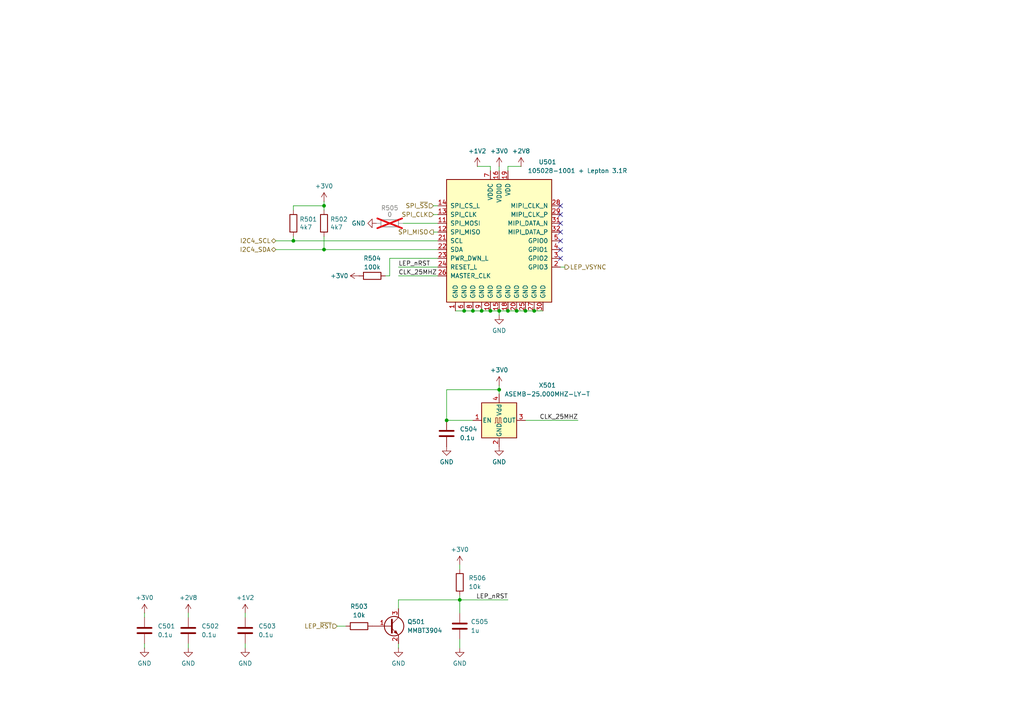
<source format=kicad_sch>
(kicad_sch (version 20231120) (generator "eeschema") (generator_version "8.0")
  (paper "A4")
  (lib_symbols
    (symbol "Device:C" (pin_numbers hide) (pin_names (offset 0.254))
      (property "Reference" "C" (at 0.635 2.54 0))
      (property "Value" "C" (at 0.635 -2.54 0))
      (symbol "C_0_1"
        (polyline (pts (xy -2.032 -0.762) (xy 2.032 -0.762)) (stroke (width 0.508)))
        (polyline (pts (xy -2.032 0.762) (xy 2.032 0.762)) (stroke (width 0.508)))
      )
      (symbol "C_1_1"
        (pin passive line (at 0 3.81 270) (length 2.794) (name "~") (number "1"))
        (pin passive line (at 0 -3.81 90) (length 2.794) (name "~") (number "2"))
      )
    )
    (symbol "Device:R" (pin_numbers hide) (pin_names (offset 0))
      (property "Reference" "R" (at 2.032 0 90))
      (property "Value" "R" (at 0 0 90))
      (symbol "R_0_1"
        (rectangle (start -1.016 -2.54) (end 1.016 2.54) (stroke (width 0.254)))
      )
      (symbol "R_1_1"
        (pin passive line (at 0 3.81 270) (length 1.27) (name "~") (number "1"))
        (pin passive line (at 0 -3.81 90) (length 1.27) (name "~") (number "2"))
      )
    )
    (symbol "Oscillator:ASE-xxxMHz" (pin_names (offset 0.254))
      (property "Reference" "X" (at -5.08 6.35 0))
      (property "Value" "ASE-xxxMHz" (at 1.27 -6.35 0))
      (symbol "ASE-xxxMHz_0_1"
        (rectangle (start -5.08 5.08) (end 5.08 -5.08) (stroke (width 0.254)) (fill (type background)))
        (polyline (pts (xy -1.27 -0.762) (xy -1.016 -0.762) (xy -1.016 0.762) (xy -0.508 0.762) (xy -0.508 -0.762) (xy 0 -0.762) (xy 0 0.762) (xy 0.508 0.762) (xy 0.508 -0.762) (xy 0.762 -0.762)))
      )
      (symbol "ASE-xxxMHz_1_1"
        (pin input line (at -7.62 0 0) (length 2.54) (name "EN") (number "1"))
        (pin power_in line (at 0 -7.62 90) (length 2.54) (name "GND") (number "2"))
        (pin output line (at 7.62 0 180) (length 2.54) (name "OUT") (number "3"))
        (pin power_in line (at 0 7.62 270) (length 2.54) (name "Vdd") (number "4"))
      )
    )
    (symbol "Sensor_Optical:Flir_LEPTON" (pin_names (offset 1.016))
      (property "Reference" "U" (at -15.24 21.59 0))
      (property "Value" "Flir_LEPTON" (at -15.24 19.05 0))
      (symbol "Flir_LEPTON_0_1"
        (rectangle (start -15.24 17.78) (end 15.24 -17.78) (stroke (width 0.254)) (fill (type background)))
      )
      (symbol "Flir_LEPTON_1_1"
        (pin power_in line (at -12.7 -20.32 90) (length 2.54) (name "GND") (number "1"))
        (pin power_in line (at -2.54 -20.32 90) (length 2.54) (name "GND") (number "10"))
        (pin input line (at -17.78 5.08 0) (length 2.54) (name "SPI_MOSI") (number "11"))
        (pin output line (at -17.78 2.54 0) (length 2.54) (name "SPI_MISO") (number "12"))
        (pin input line (at -17.78 7.62 0) (length 2.54) (name "SPI_CLK") (number "13"))
        (pin input line (at -17.78 10.16 0) (length 2.54) (name "SPI_CS_L") (number "14"))
        (pin power_in line (at 0 -20.32 90) (length 2.54) (name "GND") (number "15"))
        (pin power_in line (at 0 20.32 270) (length 2.54) (name "VDDIO") (number "16"))
        (pin no_connect line (at 15.24 -10.16 180) (length 2.54) hide (name "NC") (number "17"))
        (pin power_in line (at 2.54 -20.32 90) (length 2.54) (name "GND") (number "18"))
        (pin power_in line (at 2.54 20.32 270) (length 2.54) (name "VDD") (number "19"))
        (pin bidirectional line (at 17.78 -7.62 180) (length 2.54) (name "GPIO3") (number "2"))
        (pin power_in line (at 5.08 -20.32 90) (length 2.54) (name "GND") (number "20"))
        (pin input line (at -17.78 0 0) (length 2.54) (name "SCL") (number "21"))
        (pin bidirectional line (at -17.78 -2.54 0) (length 2.54) (name "SDA") (number "22"))
        (pin input line (at -17.78 -5.08 0) (length 2.54) (name "PWR_DWN_L") (number "23"))
        (pin input line (at -17.78 -7.62 0) (length 2.54) (name "RESET_L") (number "24"))
        (pin power_in line (at 7.62 -20.32 90) (length 2.54) (name "GND") (number "25"))
        (pin input line (at -17.78 -10.16 0) (length 2.54) (name "MASTER_CLK") (number "26"))
        (pin power_in line (at 10.16 -20.32 90) (length 2.54) (name "GND") (number "27"))
        (pin output line (at 17.78 10.16 180) (length 2.54) (name "MIPI_CLK_N") (number "28"))
        (pin output line (at 17.78 7.62 180) (length 2.54) (name "MIPI_CLK_P") (number "29"))
        (pin bidirectional line (at 17.78 -5.08 180) (length 2.54) (name "GPIO2") (number "3"))
        (pin power_in line (at 12.7 -20.32 90) (length 2.54) (name "GND") (number "30"))
        (pin output line (at 17.78 5.08 180) (length 2.54) (name "MIPI_DATA_N") (number "31"))
        (pin output line (at 17.78 2.54 180) (length 2.54) (name "MIPI_DATA_P") (number "32"))
        (pin bidirectional line (at 17.78 -2.54 180) (length 2.54) (name "GPIO1") (number "4"))
        (pin bidirectional line (at 17.78 0 180) (length 2.54) (name "GPIO0") (number "5"))
        (pin power_in line (at -10.16 -20.32 90) (length 2.54) (name "GND") (number "6"))
        (pin power_in line (at -2.54 20.32 270) (length 2.54) (name "VDDC") (number "7"))
        (pin power_in line (at -7.62 -20.32 90) (length 2.54) (name "GND") (number "8"))
        (pin power_in line (at -5.08 -20.32 90) (length 2.54) (name "GND") (number "9"))
      )
    )
    (symbol "Transistor_BJT:MMBT3904" (pin_names (offset 0) hide)
      (property "Reference" "Q" (at 5.08 1.905 0))
      (property "Value" "MMBT3904" (at 5.08 0 0))
      (symbol "MMBT3904_0_1"
        (polyline (pts (xy 0.635 0.635) (xy 2.54 2.54)))
        (polyline (pts (xy 0.635 -0.635) (xy 2.54 -2.54) (xy 2.54 -2.54)))
        (polyline (pts (xy 0.635 1.905) (xy 0.635 -1.905) (xy 0.635 -1.905)) (stroke (width 0.508)))
        (polyline (pts (xy 1.27 -1.778) (xy 1.778 -1.27) (xy 2.286 -2.286) (xy 1.27 -1.778) (xy 1.27 -1.778)) (fill (type outline)))
        (circle (center 1.27 0) (radius 2.8194) (stroke (width 0.254)))
      )
      (symbol "MMBT3904_1_1"
        (pin input line (at -5.08 0 0) (length 5.715) (name "B") (number "1"))
        (pin passive line (at 2.54 -5.08 90) (length 2.54) (name "E") (number "2"))
        (pin passive line (at 2.54 5.08 270) (length 2.54) (name "C") (number "3"))
      )
    )
    (symbol "power:+1V2" (power) (pin_numbers hide) (pin_names (offset 0) hide)
      (property "Value" "+1V2" (at 0 3.556 0))
      (symbol "+1V2_0_1"
        (polyline (pts (xy -0.762 1.27) (xy 0 2.54)))
        (polyline (pts (xy 0 0) (xy 0 2.54)))
        (polyline (pts (xy 0 2.54) (xy 0.762 1.27)))
      )
      (symbol "+1V2_1_1"
        (pin power_in line (at 0 0 90) (length 0) (name "~") (number "1"))
      )
    )
    (symbol "power:+2V8" (power) (pin_numbers hide) (pin_names (offset 0) hide)
      (property "Value" "+2V8" (at 0 3.556 0))
      (symbol "+2V8_0_1"
        (polyline (pts (xy -0.762 1.27) (xy 0 2.54)))
        (polyline (pts (xy 0 0) (xy 0 2.54)))
        (polyline (pts (xy 0 2.54) (xy 0.762 1.27)))
      )
      (symbol "+2V8_1_1"
        (pin power_in line (at 0 0 90) (length 0) (name "~") (number "1"))
      )
    )
    (symbol "power:+3V0" (power) (pin_numbers hide) (pin_names (offset 0) hide)
      (property "Value" "+3V0" (at 0 3.556 0))
      (symbol "+3V0_0_1"
        (polyline (pts (xy -0.762 1.27) (xy 0 2.54)))
        (polyline (pts (xy 0 0) (xy 0 2.54)))
        (polyline (pts (xy 0 2.54) (xy 0.762 1.27)))
      )
      (symbol "+3V0_1_1"
        (pin power_in line (at 0 0 90) (length 0) (name "~") (number "1"))
      )
    )
    (symbol "power:GND" (power) (pin_numbers hide) (pin_names (offset 0) hide)
      (property "Value" "GND" (at 0 -3.81 0))
      (symbol "GND_0_1"
        (polyline (pts (xy 0 0) (xy 0 -1.27) (xy 1.27 -1.27) (xy 0 -2.54) (xy -1.27 -1.27) (xy 0 -1.27)))
      )
      (symbol "GND_1_1"
        (pin power_in line (at 0 0 270) (length 0) (name "~") (number "1"))
      )
    )
  )
  (junction (at 133.35 173.99))
  (junction (at 93.98 72.39))
  (junction (at 139.7 90.17))
  (junction (at 144.78 113.03))
  (junction (at 149.86 90.17))
  (junction (at 144.78 90.17))
  (junction (at 129.54 121.92))
  (junction (at 134.62 90.17))
  (junction (at 142.24 90.17))
  (junction (at 93.98 59.69))
  (junction (at 137.16 90.17))
  (junction (at 85.09 69.85))
  (junction (at 147.32 90.17))
  (junction (at 154.94 90.17))
  (junction (at 152.4 90.17))
  (no_connect (at 162.56 59.69))
  (no_connect (at 162.56 69.85))
  (no_connect (at 162.56 72.39))
  (no_connect (at 162.56 67.31))
  (no_connect (at 162.56 74.93))
  (no_connect (at 162.56 62.23))
  (no_connect (at 162.56 64.77))
  (wire (pts (xy 133.35 173.99) (xy 133.35 177.8)))
  (wire (pts (xy 93.98 68.58) (xy 93.98 72.39)))
  (wire (pts (xy 144.78 90.17) (xy 144.78 91.44)))
  (wire (pts (xy 85.09 69.85) (xy 127 69.85)))
  (wire (pts (xy 144.78 90.17) (xy 147.32 90.17)))
  (wire (pts (xy 54.61 177.8) (xy 54.61 179.07)))
  (wire (pts (xy 129.54 113.03) (xy 144.78 113.03)))
  (wire (pts (xy 144.78 111.76) (xy 144.78 113.03)))
  (wire (pts (xy 80.01 72.39) (xy 93.98 72.39)))
  (wire (pts (xy 138.43 48.26) (xy 142.24 48.26)))
  (wire (pts (xy 85.09 59.69) (xy 93.98 59.69)))
  (wire (pts (xy 133.35 163.83) (xy 133.35 165.1)))
  (wire (pts (xy 139.7 90.17) (xy 142.24 90.17)))
  (wire (pts (xy 93.98 59.69) (xy 93.98 60.96)))
  (wire (pts (xy 132.08 90.17) (xy 134.62 90.17)))
  (wire (pts (xy 137.16 90.17) (xy 139.7 90.17)))
  (wire (pts (xy 133.35 172.72) (xy 133.35 173.99)))
  (wire (pts (xy 93.98 58.42) (xy 93.98 59.69)))
  (wire (pts (xy 113.03 80.01) (xy 113.03 74.93)))
  (wire (pts (xy 133.35 173.99) (xy 147.32 173.99)))
  (wire (pts (xy 142.24 49.53) (xy 142.24 48.26)))
  (wire (pts (xy 113.03 74.93) (xy 127 74.93)))
  (wire (pts (xy 152.4 121.92) (xy 167.64 121.92)))
  (wire (pts (xy 152.4 90.17) (xy 154.94 90.17)))
  (wire (pts (xy 149.86 90.17) (xy 152.4 90.17)))
  (wire (pts (xy 144.78 48.26) (xy 144.78 49.53)))
  (wire (pts (xy 116.84 64.77) (xy 127 64.77)))
  (wire (pts (xy 97.79 181.61) (xy 100.33 181.61)))
  (wire (pts (xy 85.09 60.96) (xy 85.09 59.69)))
  (wire (pts (xy 41.91 186.69) (xy 41.91 187.96)))
  (wire (pts (xy 111.76 80.01) (xy 113.03 80.01)))
  (wire (pts (xy 142.24 90.17) (xy 144.78 90.17)))
  (wire (pts (xy 154.94 90.17) (xy 157.48 90.17)))
  (wire (pts (xy 71.12 186.69) (xy 71.12 187.96)))
  (wire (pts (xy 134.62 90.17) (xy 137.16 90.17)))
  (wire (pts (xy 127 77.47) (xy 115.57 77.47)))
  (wire (pts (xy 133.35 185.42) (xy 133.35 187.96)))
  (wire (pts (xy 115.57 173.99) (xy 133.35 173.99)))
  (wire (pts (xy 93.98 72.39) (xy 127 72.39)))
  (wire (pts (xy 54.61 186.69) (xy 54.61 187.96)))
  (wire (pts (xy 162.56 77.47) (xy 163.83 77.47)))
  (wire (pts (xy 80.01 69.85) (xy 85.09 69.85)))
  (wire (pts (xy 85.09 68.58) (xy 85.09 69.85)))
  (wire (pts (xy 144.78 113.03) (xy 144.78 114.3)))
  (wire (pts (xy 115.57 176.53) (xy 115.57 173.99)))
  (wire (pts (xy 147.32 49.53) (xy 147.32 48.26)))
  (wire (pts (xy 147.32 48.26) (xy 151.13 48.26)))
  (wire (pts (xy 137.16 121.92) (xy 129.54 121.92)))
  (wire (pts (xy 129.54 121.92) (xy 129.54 113.03)))
  (wire (pts (xy 125.73 62.23) (xy 127 62.23)))
  (wire (pts (xy 41.91 177.8) (xy 41.91 179.07)))
  (wire (pts (xy 125.73 67.31) (xy 127 67.31)))
  (wire (pts (xy 115.57 80.01) (xy 127 80.01)))
  (wire (pts (xy 125.73 59.69) (xy 127 59.69)))
  (wire (pts (xy 147.32 90.17) (xy 149.86 90.17)))
  (wire (pts (xy 115.57 186.69) (xy 115.57 187.96)))
  (wire (pts (xy 71.12 177.8) (xy 71.12 179.07)))
  (label "LEP_nRST" (at 115.57 77.47 0))
  (label "LEP_nRST" (at 147.32 173.99 180))
  (label "CLK_25MHZ" (at 115.57 80.01 0))
  (label "CLK_25MHZ" (at 167.64 121.92 180))
  (hierarchical_label "LEP_~{RST}" (shape input) (at 97.79 181.61 180))
  (hierarchical_label "SPI_CLK" (shape input) (at 125.73 62.23 180))
  (hierarchical_label "I2C4_SDA" (shape bidirectional) (at 80.01 72.39 180))
  (hierarchical_label "SPI_MISO" (shape output) (at 125.73 67.31 180))
  (hierarchical_label "LEP_VSYNC" (shape output) (at 163.83 77.47 0))
  (hierarchical_label "I2C4_SCL" (shape bidirectional) (at 80.01 69.85 180))
  (hierarchical_label "SPI_~{SS}" (shape input) (at 125.73 59.69 180))
  (symbol (lib_id "Device:R") (at 113.03 64.77 90) (unit 1) (dnp yes)
    (property "Reference" "R505" (at 113.03 60.325 90))
    (property "Value" "0" (at 113.03 62.23 90))
    (property "Footprint" "Resistor_SMD:R_0603_1608Metric_Pad0.98x0.95mm_HandSolder" (effects (hide yes)))
    (property "Description" "Resistor" (effects (hide yes)))
  )
  (symbol (lib_id "power:+1V2") (at 71.12 177.8 0) (unit 1)
    (property "Reference" "#PWR0505" (effects (hide yes)))
    (property "Value" "+1V2" (at 71.12 173.355 0))
    (property "Description" "Power symbol creates a global label with name \"+1V2\"" (effects (hide yes)))
  )
  (symbol (lib_id "power:GND") (at 109.22 64.77 270) (unit 1)
    (property "Reference" "#PWR0509" (effects (hide yes)))
    (property "Value" "GND" (at 106.045 64.77 90) (effects (justify right)))
    (property "Description" "Power symbol creates a global label with name \"GND\" , ground" (effects (hide yes)))
  )
  (symbol (lib_id "Device:R") (at 93.98 64.77 0) (unit 1)
    (property "Reference" "R502" (at 95.758 63.6016 0) (effects (justify left)))
    (property "Value" "4k7" (at 95.758 65.913 0) (effects (justify left)))
    (property "Footprint" "Resistor_SMD:R_0603_1608Metric_Pad0.98x0.95mm_HandSolder" (effects (hide yes)))
    (property "Description" "Resistor" (effects (hide yes)))
  )
  (symbol (lib_id "Device:R") (at 133.35 168.91 0) (unit 1)
    (property "Reference" "R506" (at 135.89 167.64 0) (effects (justify left)))
    (property "Value" "10k" (at 135.89 170.18 0) (effects (justify left)))
    (property "Footprint" "Resistor_SMD:R_0603_1608Metric_Pad0.98x0.95mm_HandSolder" (effects (hide yes)))
    (property "Description" "Resistor" (effects (hide yes)))
  )
  (symbol (lib_id "Device:C") (at 71.12 182.88 0) (unit 1)
    (property "Reference" "C503" (at 74.93 181.61 0) (effects (justify left)))
    (property "Value" "0.1u" (at 74.93 184.15 0) (effects (justify left)))
    (property "Footprint" "Capacitor_SMD:C_0603_1608Metric_Pad1.08x0.95mm_HandSolder" (effects (hide yes)))
    (property "Description" "Unpolarized capacitor" (effects (hide yes)))
  )
  (symbol (lib_id "Device:R") (at 85.09 64.77 0) (unit 1)
    (property "Reference" "R501" (at 86.868 63.6016 0) (effects (justify left)))
    (property "Value" "4k7" (at 86.868 65.913 0) (effects (justify left)))
    (property "Footprint" "Resistor_SMD:R_0603_1608Metric_Pad0.98x0.95mm_HandSolder" (effects (hide yes)))
    (property "Description" "Resistor" (effects (hide yes)))
  )
  (symbol (lib_id "Device:C") (at 54.61 182.88 0) (unit 1)
    (property "Reference" "C502" (at 58.42 181.61 0) (effects (justify left)))
    (property "Value" "0.1u" (at 58.42 184.15 0) (effects (justify left)))
    (property "Footprint" "Capacitor_SMD:C_0603_1608Metric_Pad1.08x0.95mm_HandSolder" (effects (hide yes)))
    (property "Description" "Unpolarized capacitor" (effects (hide yes)))
  )
  (symbol (lib_id "Device:C") (at 133.35 181.61 0) (unit 1)
    (property "Reference" "C505" (at 136.525 180.34 0) (effects (justify left)))
    (property "Value" "1u" (at 136.525 182.88 0) (effects (justify left)))
    (property "Footprint" "Capacitor_SMD:C_0603_1608Metric_Pad1.08x0.95mm_HandSolder" (effects (hide yes)))
    (property "Description" "Unpolarized capacitor" (effects (hide yes)))
  )
  (symbol (lib_id "power:GND") (at 115.57 187.96 0) (unit 1)
    (property "Reference" "#PWR0510" (effects (hide yes)))
    (property "Value" "GND" (at 115.57 192.405 0))
    (property "Description" "Power symbol creates a global label with name \"GND\" , ground" (effects (hide yes)))
  )
  (symbol (lib_id "power:GND") (at 129.54 129.54 0) (unit 1)
    (property "Reference" "#PWR0511" (effects (hide yes)))
    (property "Value" "GND" (at 129.54 133.985 0))
    (property "Description" "Power symbol creates a global label with name \"GND\" , ground" (effects (hide yes)))
  )
  (symbol (lib_id "power:+3V0") (at 144.78 48.26 0) (unit 1)
    (property "Reference" "#PWR0515" (effects (hide yes)))
    (property "Value" "+3V0" (at 144.78 43.815 0))
    (property "Description" "Power symbol creates a global label with name \"+3V0\"" (effects (hide yes)))
  )
  (symbol (lib_id "power:GND") (at 54.61 187.96 0) (unit 1)
    (property "Reference" "#PWR0504" (effects (hide yes)))
    (property "Value" "GND" (at 54.61 192.405 0))
    (property "Description" "Power symbol creates a global label with name \"GND\" , ground" (effects (hide yes)))
  )
  (symbol (lib_id "Device:R") (at 107.95 80.01 90) (unit 1)
    (property "Reference" "R504" (at 107.95 74.93 90))
    (property "Value" "100k" (at 107.95 77.47 90))
    (property "Footprint" "Resistor_SMD:R_0603_1608Metric_Pad0.98x0.95mm_HandSolder" (effects (hide yes)))
    (property "Description" "Resistor" (effects (hide yes)))
  )
  (symbol (lib_id "power:+2V8") (at 54.61 177.8 0) (unit 1)
    (property "Reference" "#PWR0503" (effects (hide yes)))
    (property "Value" "+2V8" (at 54.61 173.355 0))
    (property "Description" "Power symbol creates a global label with name \"+2V8\"" (effects (hide yes)))
  )
  (symbol (lib_id "power:GND") (at 71.12 187.96 0) (unit 1)
    (property "Reference" "#PWR0506" (effects (hide yes)))
    (property "Value" "GND" (at 71.12 192.405 0))
    (property "Description" "Power symbol creates a global label with name \"GND\" , ground" (effects (hide yes)))
  )
  (symbol (lib_id "power:GND") (at 144.78 129.54 0) (unit 1)
    (property "Reference" "#PWR0518" (effects (hide yes)))
    (property "Value" "GND" (at 144.78 133.985 0))
    (property "Description" "Power symbol creates a global label with name \"GND\" , ground" (effects (hide yes)))
  )
  (symbol (lib_id "power:+3V0") (at 93.98 58.42 0) (unit 1)
    (property "Reference" "#PWR0507" (effects (hide yes)))
    (property "Value" "+3V0" (at 93.98 53.975 0))
    (property "Description" "Power symbol creates a global label with name \"+3V0\"" (effects (hide yes)))
  )
  (symbol (lib_id "power:+3V0") (at 104.14 80.01 90) (unit 1)
    (property "Reference" "#PWR0508" (effects (hide yes)))
    (property "Value" "+3V0" (at 98.425 80.01 90))
    (property "Description" "Power symbol creates a global label with name \"+3V0\"" (effects (hide yes)))
  )
  (symbol (lib_id "power:GND") (at 41.91 187.96 0) (unit 1)
    (property "Reference" "#PWR0502" (effects (hide yes)))
    (property "Value" "GND" (at 41.91 192.405 0))
    (property "Description" "Power symbol creates a global label with name \"GND\" , ground" (effects (hide yes)))
  )
  (symbol (lib_id "Device:C") (at 41.91 182.88 0) (unit 1)
    (property "Reference" "C501" (at 45.72 181.61 0) (effects (justify left)))
    (property "Value" "0.1u" (at 45.72 184.15 0) (effects (justify left)))
    (property "Footprint" "Capacitor_SMD:C_0603_1608Metric_Pad1.08x0.95mm_HandSolder" (effects (hide yes)))
    (property "Description" "Unpolarized capacitor" (effects (hide yes)))
  )
  (symbol (lib_id "Device:R") (at 104.14 181.61 90) (unit 1)
    (property "Reference" "R503" (at 104.14 175.895 90))
    (property "Value" "10k" (at 104.14 178.435 90))
    (property "Footprint" "Resistor_SMD:R_0603_1608Metric_Pad0.98x0.95mm_HandSolder" (effects (hide yes)))
    (property "Description" "Resistor" (effects (hide yes)))
  )
  (symbol (lib_id "power:+3V0") (at 144.78 111.76 0) (unit 1)
    (property "Reference" "#PWR0517" (effects (hide yes)))
    (property "Value" "+3V0" (at 144.78 107.315 0))
    (property "Description" "Power symbol creates a global label with name \"+3V0\"" (effects (hide yes)))
  )
  (symbol (lib_id "Transistor_BJT:MMBT3904") (at 113.03 181.61 0) (unit 1)
    (property "Reference" "Q501" (at 118.11 180.34 0) (effects (justify left)))
    (property "Value" "MMBT3904" (at 118.11 182.88 0) (effects (justify left)))
    (property "Footprint" "Package_TO_SOT_SMD:SOT-23" (effects (hide yes)))
    (property "Datasheet" "https://www.onsemi.com/pdf/datasheet/pzt3904-d.pdf" (effects (hide yes)))
    (property "Description" "0.2A Ic, 40V Vce, Small Signal NPN Transistor, SOT-23" (effects (hide yes)))
  )
  (symbol (lib_id "power:+1V2") (at 138.43 48.26 0) (unit 1)
    (property "Reference" "#PWR0514" (effects (hide yes)))
    (property "Value" "+1V2" (at 138.43 43.815 0))
    (property "Description" "Power symbol creates a global label with name \"+1V2\"" (effects (hide yes)))
  )
  (symbol (lib_id "Oscillator:ASE-xxxMHz") (at 144.78 121.92 0) (unit 1)
    (property "Reference" "X501" (at 158.75 111.76 0))
    (property "Value" "ASEMB-25.000MHZ-LY-T" (at 158.75 114.3 0))
    (property "Footprint" "Oscillator:Oscillator_SMD_Abracon_ASE-4Pin_3.2x2.5mm" (effects (hide yes)))
    (property "Datasheet" "http://www.abracon.com/Oscillators/ASV.pdf" (effects (hide yes)))
    (property "Description" "3.3V CMOS SMD Crystal Clock Oscillator, Abracon" (effects (hide yes)))
  )
  (symbol (lib_id "power:+3V0") (at 41.91 177.8 0) (unit 1)
    (property "Reference" "#PWR0501" (effects (hide yes)))
    (property "Value" "+3V0" (at 41.91 173.355 0))
    (property "Description" "Power symbol creates a global label with name \"+3V0\"" (effects (hide yes)))
  )
  (symbol (lib_id "power:GND") (at 133.35 187.96 0) (unit 1)
    (property "Reference" "#PWR0513" (effects (hide yes)))
    (property "Value" "GND" (at 133.35 192.405 0))
    (property "Description" "Power symbol creates a global label with name \"GND\" , ground" (effects (hide yes)))
  )
  (symbol (lib_id "Device:C") (at 129.54 125.73 0) (unit 1)
    (property "Reference" "C504" (at 133.35 124.46 0) (effects (justify left)))
    (property "Value" "0.1u" (at 133.35 127 0) (effects (justify left)))
    (property "Footprint" "Capacitor_SMD:C_0603_1608Metric_Pad1.08x0.95mm_HandSolder" (effects (hide yes)))
    (property "Description" "Unpolarized capacitor" (effects (hide yes)))
  )
  (symbol (lib_id "Sensor_Optical:Flir_LEPTON") (at 144.78 69.85 0) (unit 1)
    (property "Reference" "U501" (at 156.21 46.99 0) (effects (justify left)))
    (property "Value" "105028-1001 + Lepton 3.1R" (at 153.035 49.53 0) (effects (justify left)))
    (property "Footprint" "ETH1IRCAM1:MOLEX_105028-1001" (effects (hide yes)))
    (property "Datasheet" "https://cdn.sparkfun.com/datasheets/Sensors/Infrared/FLIR_Lepton_Data_Brief.pdf" (effects (hide yes)))
    (property "Description" "LWIR camera 8 to 14um 80x60 pixel" (effects (hide yes)))
  )
  (symbol (lib_id "power:+3V0") (at 133.35 163.83 0) (unit 1)
    (property "Reference" "#PWR0512" (effects (hide yes)))
    (property "Value" "+3V0" (at 133.35 159.385 0))
    (property "Description" "Power symbol creates a global label with name \"+3V0\"" (effects (hide yes)))
  )
  (symbol (lib_id "power:+2V8") (at 151.13 48.26 0) (unit 1)
    (property "Reference" "#PWR0519" (effects (hide yes)))
    (property "Value" "+2V8" (at 151.13 43.815 0))
    (property "Description" "Power symbol creates a global label with name \"+2V8\"" (effects (hide yes)))
  )
  (symbol (lib_id "power:GND") (at 144.78 91.44 0) (unit 1)
    (property "Reference" "#PWR0516" (effects (hide yes)))
    (property "Value" "GND" (at 144.78 95.885 0))
    (property "Description" "Power symbol creates a global label with name \"GND\" , ground" (effects (hide yes)))
  )
)
</source>
